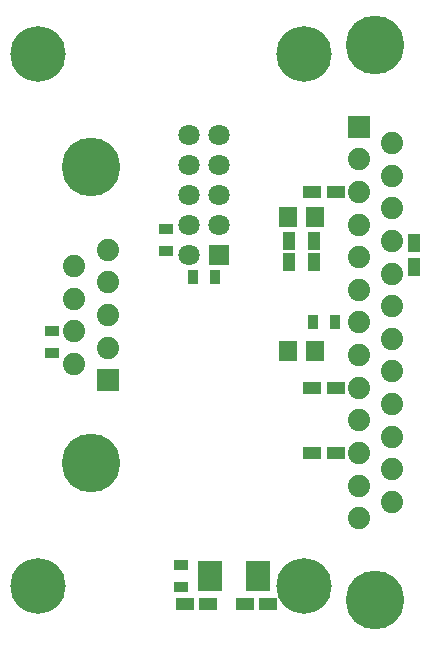
<source format=gbs>
G04 Layer_Color=16711935*
%FSAX44Y44*%
%MOMM*%
G71*
G01*
G75*
%ADD48R,0.9532X1.1532*%
%ADD49R,1.5032X1.1032*%
%ADD50R,1.5532X1.6532*%
%ADD54C,1.8032*%
%ADD55R,1.8032X1.8032*%
%ADD56C,1.8932*%
%ADD57R,1.8932X1.8932*%
%ADD58C,4.9632*%
%ADD59C,4.7032*%
%ADD60R,1.0532X1.5032*%
%ADD61R,1.1532X0.9532*%
%ADD62R,1.1032X1.5032*%
%ADD63R,2.1032X2.6032*%
D48*
X00637650Y00908050D02*
D03*
X00619650D02*
D03*
X00536050Y00946150D02*
D03*
X00518050D02*
D03*
D49*
X00638650Y00852170D02*
D03*
X00618650D02*
D03*
X00638650Y00797560D02*
D03*
X00618650D02*
D03*
X00530700Y00669290D02*
D03*
X00510700D02*
D03*
X00561500D02*
D03*
X00581500D02*
D03*
X00618650Y01018540D02*
D03*
X00638650D02*
D03*
D50*
X00621350Y00996950D02*
D03*
X00597850D02*
D03*
X00621350Y00883920D02*
D03*
X00597850D02*
D03*
D54*
X00514350Y01066800D02*
D03*
X00539750D02*
D03*
X00514350Y01041400D02*
D03*
X00539750D02*
D03*
X00514350Y01016000D02*
D03*
X00539750D02*
D03*
X00514350Y00990600D02*
D03*
X00539750D02*
D03*
X00514350Y00965200D02*
D03*
D55*
X00539750D02*
D03*
D56*
X00657880Y00742390D02*
D03*
X00686280Y00756195D02*
D03*
X00657880Y00770000D02*
D03*
X00686280Y00783805D02*
D03*
X00657880Y00797610D02*
D03*
X00686280Y00811415D02*
D03*
X00657880Y00825220D02*
D03*
X00686280Y00839025D02*
D03*
X00657880Y00852830D02*
D03*
X00686280Y00866635D02*
D03*
X00657880Y00880440D02*
D03*
X00686280Y00894245D02*
D03*
X00657880Y00908050D02*
D03*
X00686280Y00921855D02*
D03*
X00657880Y00935660D02*
D03*
X00686280Y00949465D02*
D03*
X00657880Y00963270D02*
D03*
X00686280Y00977075D02*
D03*
X00657880Y00990880D02*
D03*
X00686280Y01004685D02*
D03*
X00657880Y01018490D02*
D03*
X00686280Y01032295D02*
D03*
X00657880Y01046100D02*
D03*
X00686280Y01059905D02*
D03*
X00417350Y00872850D02*
D03*
X00445750Y00886700D02*
D03*
X00417350Y00900550D02*
D03*
X00445750Y00914400D02*
D03*
X00417350Y00928250D02*
D03*
X00445750Y00942100D02*
D03*
X00417350Y00955950D02*
D03*
X00445750Y00969800D02*
D03*
D57*
X00657880Y01073710D02*
D03*
X00445750Y00859000D02*
D03*
D58*
X00672080Y01143310D02*
D03*
Y00672790D02*
D03*
X00431550Y01039350D02*
D03*
Y00789450D02*
D03*
D59*
X00386550Y01135000D02*
D03*
Y00685000D02*
D03*
X00611550D02*
D03*
Y01135000D02*
D03*
D60*
X00599100Y00958850D02*
D03*
X00620100D02*
D03*
X00599100Y00976630D02*
D03*
X00620100D02*
D03*
D61*
X00398780Y00900540D02*
D03*
Y00882540D02*
D03*
X00508000Y00684420D02*
D03*
Y00702420D02*
D03*
X00495300Y00968900D02*
D03*
Y00986900D02*
D03*
D62*
X00704850Y00955200D02*
D03*
Y00975200D02*
D03*
D63*
X00572950Y00693420D02*
D03*
X00531950D02*
D03*
M02*

</source>
